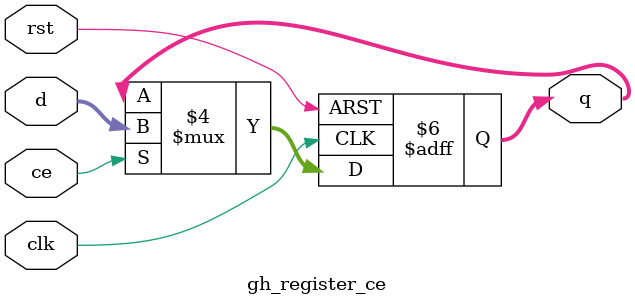
<source format=sv>
module gh_register_ce #(
  parameter int SIZE = 8
) (
  input logic clk,
  input logic rst,
  input logic ce, // clock enable
  input logic [SIZE-1:0] d,
  output logic [SIZE-1:0] q
);

  always_ff @(posedge clk or posedge rst) begin
    if (rst == 1'b1) q <= 0;
    else begin
      if (ce == 1'b1) q <= d;
    end;
  end;
endmodule : gh_register_ce

</source>
